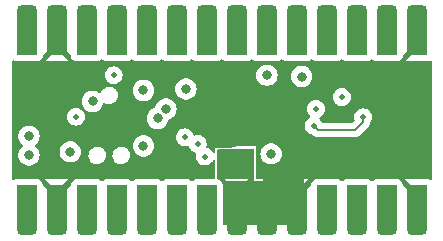
<source format=gbr>
%TF.GenerationSoftware,KiCad,Pcbnew,7.0.7*%
%TF.CreationDate,2024-01-12T14:51:30-08:00*%
%TF.ProjectId,Waffle_Mini_v0,57616666-6c65-45f4-9d69-6e695f76302e,rev?*%
%TF.SameCoordinates,Original*%
%TF.FileFunction,Copper,L2,Inr*%
%TF.FilePolarity,Positive*%
%FSLAX46Y46*%
G04 Gerber Fmt 4.6, Leading zero omitted, Abs format (unit mm)*
G04 Created by KiCad (PCBNEW 7.0.7) date 2024-01-12 14:51:30*
%MOMM*%
%LPD*%
G01*
G04 APERTURE LIST*
G04 Aperture macros list*
%AMRoundRect*
0 Rectangle with rounded corners*
0 $1 Rounding radius*
0 $2 $3 $4 $5 $6 $7 $8 $9 X,Y pos of 4 corners*
0 Add a 4 corners polygon primitive as box body*
4,1,4,$2,$3,$4,$5,$6,$7,$8,$9,$2,$3,0*
0 Add four circle primitives for the rounded corners*
1,1,$1+$1,$2,$3*
1,1,$1+$1,$4,$5*
1,1,$1+$1,$6,$7*
1,1,$1+$1,$8,$9*
0 Add four rect primitives between the rounded corners*
20,1,$1+$1,$2,$3,$4,$5,0*
20,1,$1+$1,$4,$5,$6,$7,0*
20,1,$1+$1,$6,$7,$8,$9,0*
20,1,$1+$1,$8,$9,$2,$3,0*%
%AMFreePoly0*
4,1,19,0.850000,-2.000000,0.845017,-2.091901,0.805505,-2.271406,0.728329,-2.438221,0.617096,-2.584545,0.477009,-2.703536,0.314617,-2.789630,0.137515,-2.838803,-0.046018,-2.848753,-0.227399,-2.819017,-0.398147,-2.750985,-0.550278,-2.647838,-0.676679,-2.514398,-0.771439,-2.356906,-0.830127,-2.182725,-0.850000,-2.000000,-0.850000,0.850000,0.850000,0.850000,0.850000,-2.000000,0.850000,-2.000000,
$1*%
G04 Aperture macros list end*
%TA.AperFunction,CastellatedPad*%
%ADD10FreePoly0,0.000000*%
%TD*%
%TA.AperFunction,CastellatedPad*%
%ADD11RoundRect,0.425000X-0.425000X-0.425000X0.425000X-0.425000X0.425000X0.425000X-0.425000X0.425000X0*%
%TD*%
%TA.AperFunction,CastellatedPad*%
%ADD12FreePoly0,180.000000*%
%TD*%
%TA.AperFunction,CastellatedPad*%
%ADD13RoundRect,0.425000X0.425000X0.425000X-0.425000X0.425000X-0.425000X-0.425000X0.425000X-0.425000X0*%
%TD*%
%TA.AperFunction,ViaPad*%
%ADD14C,0.500000*%
%TD*%
%TA.AperFunction,ViaPad*%
%ADD15C,0.800000*%
%TD*%
%TA.AperFunction,Conductor*%
%ADD16C,0.200000*%
%TD*%
G04 APERTURE END LIST*
D10*
%TO.N,GND*%
%TO.C,J15*%
X152400000Y-101600000D03*
D11*
X152400000Y-104140000D03*
%TD*%
D12*
%TO.N,Net-(J7-Pin_1)*%
%TO.C,J7*%
X144780000Y-88900000D03*
D13*
X144780000Y-86360000D03*
%TD*%
D10*
%TO.N,+3.3V*%
%TO.C,J25*%
X134620000Y-101600000D03*
D11*
X134620000Y-104140000D03*
%TD*%
D12*
%TO.N,Net-(J21-Pin_1)*%
%TO.C,J21*%
X165100000Y-88900000D03*
D13*
X165100000Y-86360000D03*
%TD*%
D12*
%TO.N,Net-(J9-Pin_1)*%
%TO.C,J9*%
X139700000Y-88900000D03*
D13*
X139700000Y-86360000D03*
%TD*%
D10*
%TO.N,/CANL*%
%TO.C,J18*%
X160020000Y-101600000D03*
D11*
X160020000Y-104140000D03*
%TD*%
D12*
%TO.N,Net-(J23-Pin_1)*%
%TO.C,J23*%
X160020000Y-88900000D03*
D13*
X160020000Y-86360000D03*
%TD*%
D10*
%TO.N,Net-(J12-Pin_1)*%
%TO.C,J12*%
X144780000Y-101600000D03*
D11*
X144780000Y-104140000D03*
%TD*%
D10*
%TO.N,GND*%
%TO.C,J27*%
X137160000Y-101600000D03*
D11*
X137160000Y-104140000D03*
%TD*%
D12*
%TO.N,Net-(J4-Pin_1)*%
%TO.C,J4*%
X152400000Y-88900000D03*
D13*
X152400000Y-86360000D03*
%TD*%
D12*
%TO.N,GND*%
%TO.C,J29*%
X167640000Y-88900000D03*
D13*
X167640000Y-86360000D03*
%TD*%
D12*
%TO.N,Net-(J6-Pin_1)*%
%TO.C,J6*%
X147320000Y-88900000D03*
D13*
X147320000Y-86360000D03*
%TD*%
D12*
%TO.N,Net-(J22-Pin_1)*%
%TO.C,J22*%
X162560000Y-88900000D03*
D13*
X162560000Y-86360000D03*
%TD*%
D12*
%TO.N,GND*%
%TO.C,J26*%
X137160000Y-88900000D03*
D13*
X137160000Y-86360000D03*
%TD*%
D12*
%TO.N,Net-(J8-Pin_1)*%
%TO.C,J8*%
X142240000Y-88900000D03*
D13*
X142240000Y-86360000D03*
%TD*%
D12*
%TO.N,Net-(J2-Pin_1)*%
%TO.C,J2*%
X157480000Y-88900000D03*
D13*
X157480000Y-86360000D03*
%TD*%
D10*
%TO.N,Net-(J13-Pin_1)*%
%TO.C,J13*%
X147320000Y-101600000D03*
D11*
X147320000Y-104140000D03*
%TD*%
D12*
%TO.N,+VSW*%
%TO.C,J24*%
X134620000Y-88900000D03*
D13*
X134620000Y-86360000D03*
%TD*%
D10*
%TO.N,Net-(J11-Pin_1)*%
%TO.C,J11*%
X142240000Y-101600000D03*
D11*
X142240000Y-104140000D03*
%TD*%
D10*
%TO.N,GND*%
%TO.C,J28*%
X167640000Y-101600000D03*
D11*
X167640000Y-104140000D03*
%TD*%
D10*
%TO.N,Net-(J14-Pin_1)*%
%TO.C,J14*%
X149860000Y-101600000D03*
D11*
X149860000Y-104140000D03*
%TD*%
D12*
%TO.N,Net-(J5-Pin_1)*%
%TO.C,J5*%
X149860000Y-88900000D03*
D13*
X149860000Y-86360000D03*
%TD*%
D12*
%TO.N,Net-(J3-Pin_1)*%
%TO.C,J3*%
X154940000Y-88900000D03*
D13*
X154940000Y-86360000D03*
%TD*%
D10*
%TO.N,GND*%
%TO.C,J16*%
X154940000Y-101600000D03*
D11*
X154940000Y-104140000D03*
%TD*%
D10*
%TO.N,Net-(J20-Pin_1)*%
%TO.C,J20*%
X165100000Y-101600000D03*
D11*
X165100000Y-104140000D03*
%TD*%
D10*
%TO.N,GND*%
%TO.C,J17*%
X157480000Y-101600000D03*
D11*
X157480000Y-104140000D03*
%TD*%
D10*
%TO.N,/CANH*%
%TO.C,J19*%
X162560000Y-101600000D03*
D11*
X162560000Y-104140000D03*
%TD*%
D10*
%TO.N,Net-(J10-Pin_1)*%
%TO.C,J10*%
X139700000Y-101600000D03*
D11*
X139700000Y-104140000D03*
%TD*%
D14*
%TO.N,GND*%
X164100000Y-98925000D03*
X162900000Y-93300000D03*
%TO.N,+3.3V*%
X161300000Y-93300000D03*
%TO.N,/CANTX*%
X163100000Y-95000000D03*
X158900000Y-95700000D03*
%TO.N,Net-(J20-Pin_1)*%
X159100000Y-94300000D03*
%TO.N,+3.3V*%
X149700000Y-98325000D03*
%TO.N,GND*%
X153050000Y-99550000D03*
X149700000Y-99875000D03*
%TO.N,/JTAG_TCK*%
X148006233Y-96706233D03*
%TO.N,/JTAG_TMS*%
X149100000Y-97262000D03*
%TO.N,/XRSn*%
X138775000Y-94950000D03*
X141975000Y-91450000D03*
D15*
%TO.N,+3.3V*%
X144500000Y-97425000D03*
%TO.N,/JTAG_TCK*%
X145700000Y-95100000D03*
%TO.N,/JTAG_TMS*%
X146400000Y-94300000D03*
%TO.N,+3.3V*%
X144500000Y-92725000D03*
%TO.N,GND*%
X136800000Y-98200000D03*
X140000000Y-96950000D03*
X138300000Y-99525000D03*
X152300000Y-94260000D03*
X137500000Y-92100000D03*
X137100000Y-95500000D03*
X146200000Y-92600000D03*
X157056250Y-99500000D03*
X155306250Y-99500000D03*
X153200000Y-95160000D03*
X151300000Y-93360000D03*
X153200000Y-93360000D03*
X151300000Y-95160000D03*
%TO.N,+3.3V*%
X134800000Y-98200000D03*
X138300000Y-97925000D03*
X134800000Y-96600000D03*
X140195000Y-93655000D03*
X155306250Y-98100000D03*
X148100000Y-92600000D03*
X157900000Y-91550000D03*
%TO.N,/XRSn*%
X154950000Y-91450000D03*
%TD*%
D16*
%TO.N,/CANTX*%
X158900000Y-95700000D02*
X159300000Y-96100000D01*
X159300000Y-96100000D02*
X162400000Y-96100000D01*
X162400000Y-96100000D02*
X163100000Y-95400000D01*
X163100000Y-95400000D02*
X163100000Y-95000000D01*
%TD*%
%TA.AperFunction,Conductor*%
%TO.N,GND*%
G36*
X137762470Y-89149363D02*
G01*
X137768949Y-89155396D01*
X138310170Y-89696617D01*
X138343655Y-89757940D01*
X138346173Y-89775451D01*
X138349499Y-89821960D01*
X138349500Y-89821965D01*
X138390045Y-89960050D01*
X138390047Y-89960053D01*
X138467857Y-90081128D01*
X138576627Y-90175377D01*
X138707543Y-90235165D01*
X138850000Y-90255647D01*
X139623766Y-90255647D01*
X139627122Y-90255737D01*
X139642029Y-90256546D01*
X139681083Y-90258664D01*
X139681085Y-90258664D01*
X139681088Y-90258664D01*
X139716889Y-90256722D01*
X139735056Y-90255737D01*
X139738410Y-90255647D01*
X140550000Y-90255647D01*
X140621961Y-90250500D01*
X140621963Y-90250499D01*
X140621965Y-90250499D01*
X140760050Y-90209954D01*
X140760050Y-90209953D01*
X140760053Y-90209953D01*
X140881128Y-90132143D01*
X140881131Y-90132140D01*
X140887833Y-90126334D01*
X140889127Y-90127827D01*
X140938285Y-90096228D01*
X141008155Y-90096220D01*
X141054434Y-90121486D01*
X141116627Y-90175377D01*
X141247543Y-90235165D01*
X141390000Y-90255647D01*
X142163766Y-90255647D01*
X142167122Y-90255737D01*
X142182029Y-90256546D01*
X142221083Y-90258664D01*
X142221085Y-90258664D01*
X142221088Y-90258664D01*
X142256889Y-90256722D01*
X142275056Y-90255737D01*
X142278410Y-90255647D01*
X143090000Y-90255647D01*
X143161961Y-90250500D01*
X143161963Y-90250499D01*
X143161965Y-90250499D01*
X143300050Y-90209954D01*
X143300050Y-90209953D01*
X143300053Y-90209953D01*
X143421128Y-90132143D01*
X143421131Y-90132140D01*
X143427833Y-90126334D01*
X143429127Y-90127827D01*
X143478285Y-90096228D01*
X143548155Y-90096220D01*
X143594434Y-90121486D01*
X143656627Y-90175377D01*
X143787543Y-90235165D01*
X143930000Y-90255647D01*
X144703766Y-90255647D01*
X144707122Y-90255737D01*
X144722029Y-90256546D01*
X144761083Y-90258664D01*
X144761085Y-90258664D01*
X144761088Y-90258664D01*
X144796889Y-90256722D01*
X144815056Y-90255737D01*
X144818410Y-90255647D01*
X145630000Y-90255647D01*
X145701961Y-90250500D01*
X145701963Y-90250499D01*
X145701965Y-90250499D01*
X145840050Y-90209954D01*
X145840050Y-90209953D01*
X145840053Y-90209953D01*
X145961128Y-90132143D01*
X145961131Y-90132140D01*
X145967833Y-90126334D01*
X145969127Y-90127827D01*
X146018285Y-90096228D01*
X146088155Y-90096220D01*
X146134434Y-90121486D01*
X146196627Y-90175377D01*
X146327543Y-90235165D01*
X146470000Y-90255647D01*
X147243766Y-90255647D01*
X147247122Y-90255737D01*
X147262029Y-90256546D01*
X147301083Y-90258664D01*
X147301085Y-90258664D01*
X147301088Y-90258664D01*
X147336889Y-90256722D01*
X147355056Y-90255737D01*
X147358410Y-90255647D01*
X148170000Y-90255647D01*
X148241961Y-90250500D01*
X148241963Y-90250499D01*
X148241965Y-90250499D01*
X148380050Y-90209954D01*
X148380050Y-90209953D01*
X148380053Y-90209953D01*
X148501128Y-90132143D01*
X148501131Y-90132140D01*
X148507833Y-90126334D01*
X148509127Y-90127827D01*
X148558285Y-90096228D01*
X148628155Y-90096220D01*
X148674434Y-90121486D01*
X148736627Y-90175377D01*
X148867543Y-90235165D01*
X149010000Y-90255647D01*
X149783766Y-90255647D01*
X149787122Y-90255737D01*
X149802029Y-90256546D01*
X149841083Y-90258664D01*
X149841085Y-90258664D01*
X149841088Y-90258664D01*
X149876889Y-90256722D01*
X149895056Y-90255737D01*
X149898410Y-90255647D01*
X150710000Y-90255647D01*
X150781961Y-90250500D01*
X150781963Y-90250499D01*
X150781965Y-90250499D01*
X150920050Y-90209954D01*
X150920050Y-90209953D01*
X150920053Y-90209953D01*
X151041128Y-90132143D01*
X151041131Y-90132140D01*
X151047833Y-90126334D01*
X151049127Y-90127827D01*
X151098285Y-90096228D01*
X151168155Y-90096220D01*
X151214434Y-90121486D01*
X151276627Y-90175377D01*
X151407543Y-90235165D01*
X151550000Y-90255647D01*
X152323766Y-90255647D01*
X152327122Y-90255737D01*
X152342029Y-90256546D01*
X152381083Y-90258664D01*
X152381085Y-90258664D01*
X152381088Y-90258664D01*
X152416889Y-90256722D01*
X152435056Y-90255737D01*
X152438410Y-90255647D01*
X153250000Y-90255647D01*
X153321961Y-90250500D01*
X153321963Y-90250499D01*
X153321965Y-90250499D01*
X153460050Y-90209954D01*
X153460050Y-90209953D01*
X153460053Y-90209953D01*
X153581128Y-90132143D01*
X153581131Y-90132140D01*
X153587833Y-90126334D01*
X153589127Y-90127827D01*
X153638285Y-90096228D01*
X153708155Y-90096220D01*
X153754434Y-90121486D01*
X153816627Y-90175377D01*
X153947543Y-90235165D01*
X154090000Y-90255647D01*
X154863766Y-90255647D01*
X154867122Y-90255737D01*
X154882029Y-90256546D01*
X154921083Y-90258664D01*
X154921085Y-90258664D01*
X154921088Y-90258664D01*
X154956889Y-90256722D01*
X154975056Y-90255737D01*
X154978410Y-90255647D01*
X155790000Y-90255647D01*
X155861961Y-90250500D01*
X155861963Y-90250499D01*
X155861965Y-90250499D01*
X156000050Y-90209954D01*
X156000050Y-90209953D01*
X156000053Y-90209953D01*
X156121128Y-90132143D01*
X156121131Y-90132140D01*
X156127833Y-90126334D01*
X156129127Y-90127827D01*
X156178285Y-90096228D01*
X156248155Y-90096220D01*
X156294434Y-90121486D01*
X156356627Y-90175377D01*
X156487543Y-90235165D01*
X156630000Y-90255647D01*
X157403766Y-90255647D01*
X157407122Y-90255737D01*
X157422029Y-90256546D01*
X157461083Y-90258664D01*
X157461085Y-90258664D01*
X157461088Y-90258664D01*
X157496889Y-90256722D01*
X157515056Y-90255737D01*
X157518410Y-90255647D01*
X158330000Y-90255647D01*
X158401961Y-90250500D01*
X158401963Y-90250499D01*
X158401965Y-90250499D01*
X158540050Y-90209954D01*
X158540050Y-90209953D01*
X158540053Y-90209953D01*
X158661128Y-90132143D01*
X158661131Y-90132140D01*
X158667833Y-90126334D01*
X158669127Y-90127827D01*
X158718285Y-90096228D01*
X158788155Y-90096220D01*
X158834434Y-90121486D01*
X158896627Y-90175377D01*
X159027543Y-90235165D01*
X159170000Y-90255647D01*
X159943766Y-90255647D01*
X159947122Y-90255737D01*
X159962029Y-90256546D01*
X160001083Y-90258664D01*
X160001085Y-90258664D01*
X160001088Y-90258664D01*
X160036889Y-90256722D01*
X160055056Y-90255737D01*
X160058410Y-90255647D01*
X160870000Y-90255647D01*
X160941961Y-90250500D01*
X160941963Y-90250499D01*
X160941965Y-90250499D01*
X161080050Y-90209954D01*
X161080050Y-90209953D01*
X161080053Y-90209953D01*
X161201128Y-90132143D01*
X161201131Y-90132140D01*
X161207833Y-90126334D01*
X161209127Y-90127827D01*
X161258285Y-90096228D01*
X161328155Y-90096220D01*
X161374434Y-90121486D01*
X161436627Y-90175377D01*
X161567543Y-90235165D01*
X161710000Y-90255647D01*
X162483766Y-90255647D01*
X162487122Y-90255737D01*
X162502029Y-90256546D01*
X162541083Y-90258664D01*
X162541085Y-90258664D01*
X162541088Y-90258664D01*
X162576889Y-90256722D01*
X162595056Y-90255737D01*
X162598410Y-90255647D01*
X163410000Y-90255647D01*
X163481961Y-90250500D01*
X163481963Y-90250499D01*
X163481965Y-90250499D01*
X163620050Y-90209954D01*
X163620050Y-90209953D01*
X163620053Y-90209953D01*
X163741128Y-90132143D01*
X163741131Y-90132140D01*
X163747833Y-90126334D01*
X163749127Y-90127827D01*
X163798285Y-90096228D01*
X163868155Y-90096220D01*
X163914434Y-90121486D01*
X163976627Y-90175377D01*
X164107543Y-90235165D01*
X164250000Y-90255647D01*
X165023766Y-90255647D01*
X165027122Y-90255737D01*
X165042029Y-90256546D01*
X165081083Y-90258664D01*
X165081085Y-90258664D01*
X165081088Y-90258664D01*
X165116889Y-90256722D01*
X165135056Y-90255737D01*
X165138410Y-90255647D01*
X165950000Y-90255647D01*
X166021961Y-90250500D01*
X166021963Y-90250499D01*
X166021965Y-90250499D01*
X166160050Y-90209954D01*
X166160050Y-90209953D01*
X166160053Y-90209953D01*
X166281128Y-90132143D01*
X166375377Y-90023373D01*
X166435165Y-89892457D01*
X166452997Y-89768424D01*
X166482021Y-89704871D01*
X166488054Y-89698392D01*
X167031050Y-89155395D01*
X167092373Y-89121910D01*
X167162064Y-89126894D01*
X167217998Y-89168765D01*
X167223039Y-89176025D01*
X167223048Y-89176039D01*
X167258239Y-89230798D01*
X167373602Y-89330759D01*
X167371293Y-89333422D01*
X167406006Y-89373499D01*
X167415935Y-89442660D01*
X167386898Y-89506210D01*
X167380882Y-89512669D01*
X166657465Y-90236085D01*
X166657465Y-90236086D01*
X166790001Y-90255141D01*
X166790001Y-90255142D01*
X167563730Y-90255142D01*
X167567087Y-90255233D01*
X167621054Y-90258159D01*
X167621060Y-90258159D01*
X167675025Y-90255233D01*
X167678382Y-90255142D01*
X168490001Y-90255142D01*
X168561890Y-90250000D01*
X168699841Y-90209494D01*
X168718459Y-90197529D01*
X168785498Y-90177843D01*
X168852538Y-90197526D01*
X168898293Y-90250329D01*
X168909500Y-90301843D01*
X168909500Y-100198958D01*
X168889815Y-100265997D01*
X168837011Y-100311752D01*
X168767853Y-100321696D01*
X168733989Y-100311753D01*
X168632312Y-100265319D01*
X168489999Y-100244858D01*
X167716270Y-100244858D01*
X167712913Y-100244767D01*
X167658946Y-100241841D01*
X167658940Y-100241841D01*
X167604975Y-100244767D01*
X167601618Y-100244858D01*
X166789999Y-100244858D01*
X166718111Y-100249999D01*
X166718109Y-100250000D01*
X166660476Y-100266922D01*
X166660476Y-100266923D01*
X167380883Y-100987330D01*
X167414368Y-101048653D01*
X167409384Y-101118344D01*
X167372357Y-101167804D01*
X167373602Y-101169241D01*
X167258238Y-101269202D01*
X167223046Y-101323962D01*
X167170242Y-101369717D01*
X167101083Y-101379660D01*
X167037528Y-101350634D01*
X167031050Y-101344603D01*
X166489829Y-100803382D01*
X166456344Y-100742059D01*
X166453826Y-100724546D01*
X166450500Y-100678039D01*
X166450499Y-100678034D01*
X166409954Y-100539949D01*
X166369260Y-100476628D01*
X166332143Y-100418872D01*
X166223373Y-100324623D01*
X166195190Y-100311752D01*
X166092456Y-100264834D01*
X165982801Y-100249069D01*
X165950000Y-100244353D01*
X165949998Y-100244353D01*
X165176234Y-100244353D01*
X165172877Y-100244262D01*
X165157970Y-100243453D01*
X165118917Y-100241336D01*
X165118912Y-100241336D01*
X165083110Y-100243277D01*
X165064943Y-100244262D01*
X165061590Y-100244353D01*
X164250000Y-100244353D01*
X164178039Y-100249499D01*
X164178034Y-100249500D01*
X164039949Y-100290045D01*
X163918872Y-100367857D01*
X163912172Y-100373663D01*
X163910880Y-100372172D01*
X163861689Y-100403779D01*
X163791819Y-100403771D01*
X163745565Y-100378512D01*
X163731605Y-100366416D01*
X163683373Y-100324623D01*
X163655190Y-100311752D01*
X163552456Y-100264834D01*
X163442801Y-100249069D01*
X163410000Y-100244353D01*
X163409998Y-100244353D01*
X162636234Y-100244353D01*
X162632877Y-100244262D01*
X162617970Y-100243453D01*
X162578917Y-100241336D01*
X162578912Y-100241336D01*
X162543110Y-100243277D01*
X162524943Y-100244262D01*
X162521590Y-100244353D01*
X161710000Y-100244353D01*
X161638039Y-100249499D01*
X161638034Y-100249500D01*
X161499949Y-100290045D01*
X161378872Y-100367857D01*
X161372172Y-100373663D01*
X161370880Y-100372172D01*
X161321689Y-100403779D01*
X161251819Y-100403771D01*
X161205565Y-100378512D01*
X161191605Y-100366416D01*
X161143373Y-100324623D01*
X161115190Y-100311752D01*
X161012456Y-100264834D01*
X160902801Y-100249069D01*
X160870000Y-100244353D01*
X160869998Y-100244353D01*
X160096234Y-100244353D01*
X160092877Y-100244262D01*
X160077970Y-100243453D01*
X160038917Y-100241336D01*
X160038912Y-100241336D01*
X160003110Y-100243277D01*
X159984943Y-100244262D01*
X159981590Y-100244353D01*
X159170000Y-100244353D01*
X159098039Y-100249499D01*
X159098034Y-100249500D01*
X158959949Y-100290045D01*
X158838873Y-100367856D01*
X158744623Y-100476626D01*
X158744622Y-100476628D01*
X158684834Y-100607543D01*
X158667002Y-100731573D01*
X158637977Y-100795129D01*
X158631945Y-100801607D01*
X158100000Y-101333551D01*
X158100000Y-100626445D01*
X158462533Y-100263913D01*
X158329998Y-100244858D01*
X158100000Y-100244858D01*
X158100000Y-98700000D01*
X155977750Y-98700000D01*
X156038783Y-98632216D01*
X156133429Y-98468284D01*
X156191924Y-98288256D01*
X156211710Y-98100000D01*
X156191924Y-97911744D01*
X156134339Y-97734518D01*
X156133431Y-97731722D01*
X156133430Y-97731721D01*
X156133429Y-97731716D01*
X156038783Y-97567784D01*
X155912121Y-97427112D01*
X155909214Y-97425000D01*
X155758984Y-97315851D01*
X155758979Y-97315848D01*
X155586057Y-97238857D01*
X155586052Y-97238855D01*
X155440250Y-97207865D01*
X155400896Y-97199500D01*
X155211604Y-97199500D01*
X155179147Y-97206398D01*
X155026447Y-97238855D01*
X155026442Y-97238857D01*
X154853520Y-97315848D01*
X154853515Y-97315851D01*
X154700379Y-97427111D01*
X154573716Y-97567785D01*
X154479071Y-97731715D01*
X154479068Y-97731722D01*
X154439302Y-97854111D01*
X154420576Y-97911744D01*
X154400790Y-98100000D01*
X154420576Y-98288256D01*
X154420577Y-98288259D01*
X154479068Y-98468277D01*
X154479071Y-98468284D01*
X154573717Y-98632216D01*
X154624302Y-98688396D01*
X154634750Y-98700000D01*
X154600000Y-98700000D01*
X154600000Y-100244858D01*
X154124000Y-100244858D01*
X154056961Y-100225173D01*
X154011206Y-100172369D01*
X154000000Y-100120858D01*
X154000000Y-97400000D01*
X153400000Y-97400000D01*
X152500000Y-97400000D01*
X152499995Y-97400000D01*
X151816698Y-97595229D01*
X151782633Y-97600000D01*
X150600000Y-97600000D01*
X150600000Y-97916298D01*
X150580315Y-97983337D01*
X150527511Y-98029092D01*
X150458353Y-98039036D01*
X150394797Y-98010011D01*
X150371007Y-97982271D01*
X150290478Y-97854111D01*
X150170890Y-97734523D01*
X150170884Y-97734518D01*
X150027697Y-97644547D01*
X150027691Y-97644544D01*
X149907366Y-97602441D01*
X149850589Y-97561719D01*
X149824842Y-97496766D01*
X149831278Y-97444446D01*
X149836313Y-97430059D01*
X149844769Y-97355013D01*
X149855249Y-97262002D01*
X149855249Y-97261997D01*
X149836314Y-97093943D01*
X149792344Y-96968284D01*
X149780456Y-96934310D01*
X149780455Y-96934309D01*
X149780454Y-96934305D01*
X149780452Y-96934302D01*
X149690481Y-96791115D01*
X149690476Y-96791109D01*
X149570890Y-96671523D01*
X149570884Y-96671518D01*
X149427697Y-96581547D01*
X149427694Y-96581545D01*
X149268056Y-96525685D01*
X149100003Y-96506751D01*
X149099997Y-96506751D01*
X148931942Y-96525686D01*
X148876354Y-96545137D01*
X148806575Y-96548698D01*
X148745948Y-96513969D01*
X148718358Y-96469049D01*
X148686688Y-96378541D01*
X148686685Y-96378535D01*
X148596714Y-96235348D01*
X148596709Y-96235342D01*
X148477123Y-96115756D01*
X148477117Y-96115751D01*
X148333930Y-96025780D01*
X148333927Y-96025778D01*
X148174289Y-95969918D01*
X148006236Y-95950984D01*
X148006230Y-95950984D01*
X147838176Y-95969918D01*
X147678538Y-96025778D01*
X147678535Y-96025780D01*
X147535348Y-96115751D01*
X147535342Y-96115756D01*
X147415756Y-96235342D01*
X147415751Y-96235348D01*
X147325780Y-96378535D01*
X147325778Y-96378538D01*
X147269918Y-96538176D01*
X147250984Y-96706230D01*
X147250984Y-96706235D01*
X147269918Y-96874289D01*
X147325778Y-97033927D01*
X147325780Y-97033930D01*
X147415751Y-97177117D01*
X147415756Y-97177123D01*
X147535342Y-97296709D01*
X147535348Y-97296714D01*
X147678535Y-97386685D01*
X147678538Y-97386687D01*
X147678542Y-97386688D01*
X147678543Y-97386689D01*
X147716584Y-97400000D01*
X147838176Y-97442547D01*
X148006230Y-97461482D01*
X148006233Y-97461482D01*
X148006236Y-97461482D01*
X148152610Y-97444989D01*
X148174292Y-97442546D01*
X148229877Y-97423095D01*
X148299655Y-97419533D01*
X148360282Y-97454261D01*
X148387873Y-97499182D01*
X148419542Y-97589686D01*
X148419547Y-97589697D01*
X148509518Y-97732884D01*
X148509523Y-97732890D01*
X148629109Y-97852476D01*
X148629115Y-97852481D01*
X148772302Y-97942452D01*
X148772308Y-97942455D01*
X148772310Y-97942456D01*
X148892632Y-97984558D01*
X148949408Y-98025280D01*
X148975156Y-98090232D01*
X148968722Y-98142549D01*
X148963686Y-98156941D01*
X148963685Y-98156945D01*
X148944751Y-98324997D01*
X148944751Y-98325002D01*
X148963685Y-98493056D01*
X149019545Y-98652694D01*
X149019547Y-98652697D01*
X149109518Y-98795884D01*
X149109523Y-98795890D01*
X149229109Y-98915476D01*
X149229115Y-98915481D01*
X149372302Y-99005452D01*
X149372305Y-99005454D01*
X149372309Y-99005455D01*
X149372310Y-99005456D01*
X149444913Y-99030860D01*
X149531943Y-99061314D01*
X149699997Y-99080249D01*
X149700000Y-99080249D01*
X149700003Y-99080249D01*
X149868056Y-99061314D01*
X149868548Y-99061142D01*
X150027690Y-99005456D01*
X150027692Y-99005454D01*
X150027694Y-99005454D01*
X150027697Y-99005452D01*
X150170884Y-98915481D01*
X150170885Y-98915480D01*
X150170890Y-98915477D01*
X150290477Y-98795890D01*
X150371006Y-98667728D01*
X150423341Y-98621438D01*
X150492394Y-98610790D01*
X150556243Y-98639165D01*
X150594615Y-98697555D01*
X150600000Y-98733701D01*
X150600000Y-100120353D01*
X150580315Y-100187392D01*
X150527511Y-100233147D01*
X150476000Y-100244353D01*
X149936234Y-100244353D01*
X149932877Y-100244262D01*
X149917970Y-100243453D01*
X149878917Y-100241336D01*
X149878912Y-100241336D01*
X149843110Y-100243277D01*
X149824943Y-100244262D01*
X149821590Y-100244353D01*
X149010000Y-100244353D01*
X148938039Y-100249499D01*
X148938034Y-100249500D01*
X148799949Y-100290045D01*
X148678872Y-100367857D01*
X148672172Y-100373663D01*
X148670880Y-100372172D01*
X148621689Y-100403779D01*
X148551819Y-100403771D01*
X148505565Y-100378512D01*
X148491605Y-100366416D01*
X148443373Y-100324623D01*
X148415190Y-100311752D01*
X148312456Y-100264834D01*
X148202801Y-100249069D01*
X148170000Y-100244353D01*
X148169998Y-100244353D01*
X147396234Y-100244353D01*
X147392877Y-100244262D01*
X147377970Y-100243453D01*
X147338917Y-100241336D01*
X147338912Y-100241336D01*
X147303110Y-100243277D01*
X147284943Y-100244262D01*
X147281590Y-100244353D01*
X146470000Y-100244353D01*
X146398039Y-100249499D01*
X146398034Y-100249500D01*
X146259949Y-100290045D01*
X146138872Y-100367857D01*
X146132172Y-100373663D01*
X146130880Y-100372172D01*
X146081689Y-100403779D01*
X146011819Y-100403771D01*
X145965565Y-100378512D01*
X145951605Y-100366416D01*
X145903373Y-100324623D01*
X145875190Y-100311752D01*
X145772456Y-100264834D01*
X145662801Y-100249069D01*
X145630000Y-100244353D01*
X145629998Y-100244353D01*
X144856234Y-100244353D01*
X144852877Y-100244262D01*
X144837970Y-100243453D01*
X144798917Y-100241336D01*
X144798912Y-100241336D01*
X144763110Y-100243277D01*
X144744943Y-100244262D01*
X144741590Y-100244353D01*
X143930000Y-100244353D01*
X143858039Y-100249499D01*
X143858034Y-100249500D01*
X143719949Y-100290045D01*
X143598872Y-100367857D01*
X143592172Y-100373663D01*
X143590880Y-100372172D01*
X143541689Y-100403779D01*
X143471819Y-100403771D01*
X143425565Y-100378512D01*
X143411605Y-100366416D01*
X143363373Y-100324623D01*
X143335190Y-100311752D01*
X143232456Y-100264834D01*
X143122801Y-100249069D01*
X143090000Y-100244353D01*
X143089998Y-100244353D01*
X142316234Y-100244353D01*
X142312877Y-100244262D01*
X142297970Y-100243453D01*
X142258917Y-100241336D01*
X142258912Y-100241336D01*
X142223110Y-100243277D01*
X142204943Y-100244262D01*
X142201590Y-100244353D01*
X141390000Y-100244353D01*
X141318039Y-100249499D01*
X141318034Y-100249500D01*
X141179949Y-100290045D01*
X141058872Y-100367857D01*
X141052172Y-100373663D01*
X141050880Y-100372172D01*
X141001689Y-100403779D01*
X140931819Y-100403771D01*
X140885565Y-100378512D01*
X140871605Y-100366416D01*
X140823373Y-100324623D01*
X140795190Y-100311752D01*
X140692456Y-100264834D01*
X140582801Y-100249069D01*
X140550000Y-100244353D01*
X140549998Y-100244353D01*
X139776234Y-100244353D01*
X139772877Y-100244262D01*
X139757970Y-100243453D01*
X139718917Y-100241336D01*
X139718912Y-100241336D01*
X139683110Y-100243277D01*
X139664943Y-100244262D01*
X139661590Y-100244353D01*
X138850000Y-100244353D01*
X138778039Y-100249499D01*
X138778034Y-100249500D01*
X138639949Y-100290045D01*
X138518873Y-100367856D01*
X138424623Y-100476626D01*
X138424622Y-100476628D01*
X138364834Y-100607543D01*
X138347002Y-100731572D01*
X138317977Y-100795128D01*
X138311945Y-100801606D01*
X137768949Y-101344602D01*
X137707626Y-101378087D01*
X137637934Y-101373103D01*
X137582001Y-101331231D01*
X137576953Y-101323961D01*
X137541761Y-101269202D01*
X137426398Y-101169241D01*
X137428708Y-101166574D01*
X137394005Y-101126528D01*
X137384058Y-101057370D01*
X137413080Y-100993813D01*
X137419116Y-100987330D01*
X138142533Y-100263913D01*
X138009998Y-100244858D01*
X137236270Y-100244858D01*
X137232913Y-100244767D01*
X137178946Y-100241841D01*
X137178940Y-100241841D01*
X137124975Y-100244767D01*
X137121618Y-100244858D01*
X136309999Y-100244858D01*
X136238111Y-100249999D01*
X136238109Y-100250000D01*
X136180476Y-100266922D01*
X136180476Y-100266923D01*
X136900883Y-100987330D01*
X136934368Y-101048653D01*
X136929384Y-101118344D01*
X136892357Y-101167804D01*
X136893602Y-101169241D01*
X136778238Y-101269202D01*
X136743046Y-101323962D01*
X136690242Y-101369717D01*
X136621083Y-101379660D01*
X136557528Y-101350634D01*
X136551050Y-101344603D01*
X136009829Y-100803382D01*
X135976344Y-100742059D01*
X135973826Y-100724546D01*
X135970500Y-100678039D01*
X135970499Y-100678034D01*
X135929954Y-100539949D01*
X135889260Y-100476628D01*
X135852143Y-100418872D01*
X135743373Y-100324623D01*
X135715190Y-100311752D01*
X135612456Y-100264834D01*
X135502801Y-100249069D01*
X135470000Y-100244353D01*
X135469998Y-100244353D01*
X134696234Y-100244353D01*
X134692877Y-100244262D01*
X134677970Y-100243453D01*
X134638917Y-100241336D01*
X134638912Y-100241336D01*
X134603110Y-100243277D01*
X134584943Y-100244262D01*
X134581590Y-100244353D01*
X133770000Y-100244353D01*
X133698039Y-100249499D01*
X133698034Y-100249500D01*
X133559949Y-100290045D01*
X133559947Y-100290046D01*
X133541536Y-100301878D01*
X133474496Y-100321561D01*
X133407457Y-100301875D01*
X133361703Y-100249069D01*
X133350499Y-100197565D01*
X133350499Y-98200000D01*
X133894540Y-98200000D01*
X133914326Y-98388256D01*
X133914327Y-98388259D01*
X133972818Y-98568277D01*
X133972821Y-98568284D01*
X134067467Y-98732216D01*
X134142191Y-98815205D01*
X134194129Y-98872888D01*
X134347265Y-98984148D01*
X134347270Y-98984151D01*
X134520192Y-99061142D01*
X134520197Y-99061144D01*
X134705354Y-99100500D01*
X134705355Y-99100500D01*
X134894644Y-99100500D01*
X134894646Y-99100500D01*
X135079803Y-99061144D01*
X135252730Y-98984151D01*
X135405871Y-98872888D01*
X135532533Y-98732216D01*
X135627179Y-98568284D01*
X135685674Y-98388256D01*
X135705460Y-98200000D01*
X135685674Y-98011744D01*
X135657489Y-97925000D01*
X137394540Y-97925000D01*
X137414326Y-98113256D01*
X137414327Y-98113259D01*
X137472818Y-98293277D01*
X137472821Y-98293284D01*
X137567467Y-98457216D01*
X137694129Y-98597888D01*
X137847265Y-98709148D01*
X137847270Y-98709151D01*
X138020192Y-98786142D01*
X138020197Y-98786144D01*
X138205354Y-98825500D01*
X138205355Y-98825500D01*
X138394644Y-98825500D01*
X138394646Y-98825500D01*
X138579803Y-98786144D01*
X138752730Y-98709151D01*
X138905871Y-98597888D01*
X139032533Y-98457216D01*
X139127179Y-98293284D01*
X139130306Y-98283660D01*
X139839393Y-98283660D01*
X139869668Y-98455354D01*
X139938721Y-98615438D01*
X139938722Y-98615440D01*
X139938724Y-98615443D01*
X140008488Y-98709151D01*
X140042832Y-98755283D01*
X140176386Y-98867349D01*
X140332185Y-98945594D01*
X140501829Y-98985800D01*
X140501831Y-98985800D01*
X140632429Y-98985800D01*
X140632436Y-98985800D01*
X140762164Y-98970637D01*
X140925993Y-98911008D01*
X141071654Y-98815205D01*
X141191296Y-98688393D01*
X141278467Y-98537407D01*
X141328469Y-98370388D01*
X141333521Y-98283660D01*
X141871393Y-98283660D01*
X141901668Y-98455354D01*
X141970721Y-98615438D01*
X141970722Y-98615440D01*
X141970724Y-98615443D01*
X142040488Y-98709151D01*
X142074832Y-98755283D01*
X142208386Y-98867349D01*
X142364185Y-98945594D01*
X142533829Y-98985800D01*
X142533831Y-98985800D01*
X142664429Y-98985800D01*
X142664436Y-98985800D01*
X142794164Y-98970637D01*
X142957993Y-98911008D01*
X143103654Y-98815205D01*
X143223296Y-98688393D01*
X143310467Y-98537407D01*
X143360469Y-98370388D01*
X143370607Y-98196340D01*
X143340332Y-98024646D01*
X143271279Y-97864562D01*
X143263498Y-97854111D01*
X143174468Y-97734523D01*
X143167168Y-97724717D01*
X143151066Y-97711206D01*
X143033614Y-97612651D01*
X143033612Y-97612650D01*
X142877818Y-97534407D01*
X142877816Y-97534406D01*
X142877815Y-97534406D01*
X142708171Y-97494200D01*
X142577564Y-97494200D01*
X142464052Y-97507467D01*
X142447835Y-97509363D01*
X142447832Y-97509364D01*
X142284008Y-97568991D01*
X142284004Y-97568993D01*
X142138348Y-97664792D01*
X142138347Y-97664793D01*
X142018706Y-97791603D01*
X142018703Y-97791609D01*
X141931534Y-97942590D01*
X141881531Y-98109610D01*
X141881530Y-98109616D01*
X141876479Y-98196340D01*
X141871393Y-98283660D01*
X141333521Y-98283660D01*
X141338607Y-98196340D01*
X141308332Y-98024646D01*
X141239279Y-97864562D01*
X141231498Y-97854111D01*
X141142468Y-97734523D01*
X141135168Y-97724717D01*
X141119066Y-97711206D01*
X141001614Y-97612651D01*
X141001612Y-97612650D01*
X140845818Y-97534407D01*
X140845816Y-97534406D01*
X140845815Y-97534406D01*
X140676171Y-97494200D01*
X140545564Y-97494200D01*
X140432052Y-97507467D01*
X140415835Y-97509363D01*
X140415832Y-97509364D01*
X140252008Y-97568991D01*
X140252004Y-97568993D01*
X140106348Y-97664792D01*
X140106347Y-97664793D01*
X139986706Y-97791603D01*
X139986703Y-97791609D01*
X139899534Y-97942590D01*
X139849531Y-98109610D01*
X139849530Y-98109616D01*
X139844479Y-98196340D01*
X139839393Y-98283660D01*
X139130306Y-98283660D01*
X139185674Y-98113256D01*
X139205460Y-97925000D01*
X139185674Y-97736744D01*
X139127179Y-97556716D01*
X139051133Y-97425000D01*
X143594540Y-97425000D01*
X143614326Y-97613256D01*
X143614327Y-97613259D01*
X143672818Y-97793277D01*
X143672821Y-97793284D01*
X143767467Y-97957216D01*
X143894128Y-98097888D01*
X143894129Y-98097888D01*
X144047265Y-98209148D01*
X144047270Y-98209151D01*
X144220192Y-98286142D01*
X144220197Y-98286144D01*
X144405354Y-98325500D01*
X144405355Y-98325500D01*
X144594644Y-98325500D01*
X144594646Y-98325500D01*
X144779803Y-98286144D01*
X144952730Y-98209151D01*
X145105871Y-98097888D01*
X145232533Y-97957216D01*
X145327179Y-97793284D01*
X145385674Y-97613256D01*
X145405460Y-97425000D01*
X145385674Y-97236744D01*
X145327179Y-97056716D01*
X145232533Y-96892784D01*
X145105871Y-96752112D01*
X145105870Y-96752111D01*
X144952734Y-96640851D01*
X144952729Y-96640848D01*
X144779807Y-96563857D01*
X144779802Y-96563855D01*
X144634000Y-96532865D01*
X144594646Y-96524500D01*
X144405354Y-96524500D01*
X144372897Y-96531398D01*
X144220197Y-96563855D01*
X144220192Y-96563857D01*
X144047270Y-96640848D01*
X144047265Y-96640851D01*
X143894129Y-96752111D01*
X143767466Y-96892785D01*
X143672821Y-97056715D01*
X143672818Y-97056722D01*
X143633700Y-97177117D01*
X143614326Y-97236744D01*
X143594540Y-97425000D01*
X139051133Y-97425000D01*
X139032533Y-97392784D01*
X138905871Y-97252112D01*
X138887626Y-97238856D01*
X138752734Y-97140851D01*
X138752729Y-97140848D01*
X138579807Y-97063857D01*
X138579802Y-97063855D01*
X138434000Y-97032865D01*
X138394646Y-97024500D01*
X138205354Y-97024500D01*
X138172897Y-97031398D01*
X138020197Y-97063855D01*
X138020192Y-97063857D01*
X137847270Y-97140848D01*
X137847265Y-97140851D01*
X137694129Y-97252111D01*
X137567466Y-97392785D01*
X137472821Y-97556715D01*
X137472818Y-97556722D01*
X137414327Y-97736740D01*
X137414326Y-97736744D01*
X137394540Y-97925000D01*
X135657489Y-97925000D01*
X135627179Y-97831716D01*
X135532533Y-97667784D01*
X135405871Y-97527112D01*
X135381441Y-97509363D01*
X135368992Y-97500318D01*
X135326326Y-97444989D01*
X135320347Y-97375375D01*
X135352952Y-97313580D01*
X135368992Y-97299682D01*
X135373084Y-97296709D01*
X135405871Y-97272888D01*
X135532533Y-97132216D01*
X135627179Y-96968284D01*
X135685674Y-96788256D01*
X135705460Y-96600000D01*
X135685674Y-96411744D01*
X135628359Y-96235348D01*
X135627181Y-96231722D01*
X135627180Y-96231721D01*
X135627179Y-96231716D01*
X135532533Y-96067784D01*
X135405871Y-95927112D01*
X135405870Y-95927111D01*
X135252734Y-95815851D01*
X135252729Y-95815848D01*
X135079807Y-95738857D01*
X135079802Y-95738855D01*
X134921693Y-95705249D01*
X134894646Y-95699500D01*
X134705354Y-95699500D01*
X134678307Y-95705249D01*
X134520197Y-95738855D01*
X134520192Y-95738857D01*
X134347270Y-95815848D01*
X134347265Y-95815851D01*
X134194129Y-95927111D01*
X134067466Y-96067785D01*
X133972821Y-96231715D01*
X133972818Y-96231722D01*
X133924493Y-96380452D01*
X133914326Y-96411744D01*
X133894540Y-96600000D01*
X133914326Y-96788256D01*
X133914327Y-96788259D01*
X133972818Y-96968277D01*
X133972821Y-96968284D01*
X134067467Y-97132216D01*
X134194129Y-97272888D01*
X134226916Y-97296709D01*
X134231008Y-97299682D01*
X134273673Y-97355013D01*
X134279652Y-97424626D01*
X134247046Y-97486421D01*
X134231008Y-97500318D01*
X134194127Y-97527113D01*
X134067466Y-97667785D01*
X133972821Y-97831715D01*
X133972818Y-97831722D01*
X133932043Y-97957216D01*
X133914326Y-98011744D01*
X133894540Y-98200000D01*
X133350499Y-98200000D01*
X133350499Y-94950002D01*
X138019751Y-94950002D01*
X138038685Y-95118056D01*
X138094545Y-95277694D01*
X138094547Y-95277697D01*
X138184518Y-95420884D01*
X138184523Y-95420890D01*
X138304109Y-95540476D01*
X138304115Y-95540481D01*
X138447302Y-95630452D01*
X138447305Y-95630454D01*
X138447309Y-95630455D01*
X138447310Y-95630456D01*
X138452340Y-95632216D01*
X138606943Y-95686314D01*
X138774997Y-95705249D01*
X138775000Y-95705249D01*
X138775003Y-95705249D01*
X138943056Y-95686314D01*
X138943059Y-95686313D01*
X139102690Y-95630456D01*
X139102692Y-95630454D01*
X139102694Y-95630454D01*
X139102697Y-95630452D01*
X139245884Y-95540481D01*
X139245885Y-95540480D01*
X139245890Y-95540477D01*
X139365477Y-95420890D01*
X139424041Y-95327687D01*
X139455452Y-95277697D01*
X139455454Y-95277694D01*
X139455454Y-95277692D01*
X139455456Y-95277690D01*
X139511313Y-95118059D01*
X139511313Y-95118058D01*
X139511314Y-95118056D01*
X139513348Y-95100000D01*
X144794540Y-95100000D01*
X144814326Y-95288256D01*
X144814327Y-95288258D01*
X144814327Y-95288259D01*
X144872818Y-95468277D01*
X144872821Y-95468284D01*
X144967467Y-95632216D01*
X145063487Y-95738857D01*
X145094129Y-95772888D01*
X145247265Y-95884148D01*
X145247270Y-95884151D01*
X145420192Y-95961142D01*
X145420197Y-95961144D01*
X145605354Y-96000500D01*
X145605355Y-96000500D01*
X145794644Y-96000500D01*
X145794646Y-96000500D01*
X145979803Y-95961144D01*
X146152730Y-95884151D01*
X146305871Y-95772888D01*
X146371498Y-95700002D01*
X158144751Y-95700002D01*
X158163685Y-95868056D01*
X158219545Y-96027694D01*
X158219547Y-96027697D01*
X158309518Y-96170884D01*
X158309523Y-96170890D01*
X158429109Y-96290476D01*
X158429115Y-96290481D01*
X158572302Y-96380452D01*
X158572308Y-96380455D01*
X158572310Y-96380456D01*
X158731941Y-96436313D01*
X158750961Y-96438455D01*
X158815373Y-96465520D01*
X158824760Y-96473995D01*
X158844669Y-96493904D01*
X158850020Y-96500005D01*
X158871718Y-96528282D01*
X158941131Y-96581544D01*
X158997159Y-96624536D01*
X158997162Y-96624537D01*
X158997163Y-96624538D01*
X159070198Y-96654789D01*
X159143238Y-96685044D01*
X159221619Y-96695363D01*
X159299999Y-96705682D01*
X159300000Y-96705682D01*
X159335329Y-96701030D01*
X159343428Y-96700500D01*
X162356572Y-96700500D01*
X162364670Y-96701030D01*
X162400000Y-96705682D01*
X162400001Y-96705682D01*
X162452254Y-96698802D01*
X162556762Y-96685044D01*
X162702841Y-96624536D01*
X162758869Y-96581544D01*
X162828282Y-96528282D01*
X162849984Y-96499998D01*
X162855310Y-96493923D01*
X163493916Y-95855318D01*
X163500006Y-95849977D01*
X163528282Y-95828282D01*
X163624536Y-95702841D01*
X163685044Y-95556762D01*
X163694370Y-95485918D01*
X163712313Y-95436136D01*
X163780456Y-95327690D01*
X163836313Y-95168059D01*
X163851010Y-95037620D01*
X163855249Y-95000002D01*
X163855249Y-94999997D01*
X163836314Y-94831943D01*
X163780454Y-94672305D01*
X163780452Y-94672302D01*
X163690481Y-94529115D01*
X163690476Y-94529109D01*
X163570890Y-94409523D01*
X163570884Y-94409518D01*
X163427697Y-94319547D01*
X163427694Y-94319545D01*
X163268056Y-94263685D01*
X163100003Y-94244751D01*
X163099997Y-94244751D01*
X162931943Y-94263685D01*
X162772305Y-94319545D01*
X162772302Y-94319547D01*
X162629115Y-94409518D01*
X162629109Y-94409523D01*
X162509523Y-94529109D01*
X162509518Y-94529115D01*
X162419547Y-94672302D01*
X162419545Y-94672305D01*
X162363685Y-94831943D01*
X162344751Y-94999997D01*
X162344751Y-95000002D01*
X162363686Y-95168058D01*
X162363687Y-95168061D01*
X162368804Y-95182686D01*
X162372365Y-95252465D01*
X162339444Y-95311319D01*
X162278462Y-95372302D01*
X162214633Y-95436132D01*
X162187584Y-95463181D01*
X162126261Y-95496666D01*
X162099902Y-95499500D01*
X159712944Y-95499500D01*
X159645905Y-95479815D01*
X159600150Y-95427011D01*
X159595902Y-95416453D01*
X159580456Y-95372310D01*
X159580452Y-95372302D01*
X159490481Y-95229115D01*
X159490476Y-95229109D01*
X159423493Y-95162126D01*
X159390008Y-95100803D01*
X159394992Y-95031111D01*
X159436864Y-94975178D01*
X159445177Y-94969467D01*
X159570890Y-94890477D01*
X159690477Y-94770890D01*
X159715092Y-94731716D01*
X159780452Y-94627697D01*
X159780454Y-94627694D01*
X159780454Y-94627692D01*
X159780456Y-94627690D01*
X159836313Y-94468059D01*
X159836313Y-94468058D01*
X159836314Y-94468056D01*
X159855249Y-94300002D01*
X159855249Y-94299997D01*
X159836314Y-94131943D01*
X159783306Y-93980456D01*
X159780456Y-93972310D01*
X159780455Y-93972309D01*
X159780454Y-93972305D01*
X159780452Y-93972302D01*
X159690481Y-93829115D01*
X159690476Y-93829109D01*
X159570890Y-93709523D01*
X159570884Y-93709518D01*
X159427697Y-93619547D01*
X159427694Y-93619545D01*
X159268056Y-93563685D01*
X159100003Y-93544751D01*
X159099997Y-93544751D01*
X158931943Y-93563685D01*
X158772305Y-93619545D01*
X158772302Y-93619547D01*
X158629115Y-93709518D01*
X158629109Y-93709523D01*
X158509523Y-93829109D01*
X158509518Y-93829115D01*
X158419547Y-93972302D01*
X158419545Y-93972305D01*
X158363685Y-94131943D01*
X158344751Y-94299997D01*
X158344751Y-94300002D01*
X158363685Y-94468056D01*
X158419545Y-94627694D01*
X158419547Y-94627697D01*
X158509518Y-94770884D01*
X158509523Y-94770890D01*
X158576506Y-94837873D01*
X158609991Y-94899196D01*
X158605007Y-94968888D01*
X158563135Y-95024821D01*
X158554798Y-95030547D01*
X158429111Y-95109521D01*
X158309523Y-95229109D01*
X158309518Y-95229115D01*
X158219547Y-95372302D01*
X158219545Y-95372305D01*
X158163685Y-95531943D01*
X158144751Y-95699997D01*
X158144751Y-95700002D01*
X146371498Y-95700002D01*
X146432533Y-95632216D01*
X146527179Y-95468284D01*
X146585674Y-95288256D01*
X146587771Y-95268300D01*
X146614353Y-95203689D01*
X146671650Y-95163703D01*
X146673631Y-95163162D01*
X146673628Y-95163150D01*
X146679799Y-95161144D01*
X146679803Y-95161144D01*
X146679806Y-95161142D01*
X146679808Y-95161142D01*
X146795744Y-95109523D01*
X146852730Y-95084151D01*
X147005871Y-94972888D01*
X147132533Y-94832216D01*
X147227179Y-94668284D01*
X147285674Y-94488256D01*
X147305460Y-94300000D01*
X147285674Y-94111744D01*
X147227179Y-93931716D01*
X147132533Y-93767784D01*
X147005871Y-93627112D01*
X147005870Y-93627111D01*
X146852734Y-93515851D01*
X146852729Y-93515848D01*
X146679807Y-93438857D01*
X146679802Y-93438855D01*
X146534000Y-93407865D01*
X146494646Y-93399500D01*
X146305354Y-93399500D01*
X146272897Y-93406398D01*
X146120197Y-93438855D01*
X146120192Y-93438857D01*
X145947270Y-93515848D01*
X145947265Y-93515851D01*
X145794129Y-93627111D01*
X145667466Y-93767785D01*
X145572821Y-93931715D01*
X145572818Y-93931722D01*
X145514327Y-94111739D01*
X145514325Y-94111750D01*
X145512228Y-94131700D01*
X145485643Y-94196314D01*
X145428345Y-94236298D01*
X145426372Y-94236836D01*
X145426376Y-94236848D01*
X145420194Y-94238856D01*
X145247270Y-94315848D01*
X145247265Y-94315851D01*
X145094129Y-94427111D01*
X144967466Y-94567785D01*
X144872821Y-94731715D01*
X144872818Y-94731722D01*
X144840166Y-94832216D01*
X144814326Y-94911744D01*
X144794540Y-95100000D01*
X139513348Y-95100000D01*
X139530249Y-94950002D01*
X139530249Y-94949997D01*
X139511314Y-94781943D01*
X139457340Y-94627694D01*
X139455456Y-94622310D01*
X139455455Y-94622309D01*
X139455454Y-94622305D01*
X139455452Y-94622302D01*
X139365481Y-94479115D01*
X139365476Y-94479109D01*
X139245890Y-94359523D01*
X139245884Y-94359518D01*
X139102697Y-94269547D01*
X139102694Y-94269545D01*
X138943056Y-94213685D01*
X138775003Y-94194751D01*
X138774997Y-94194751D01*
X138606943Y-94213685D01*
X138447305Y-94269545D01*
X138447302Y-94269547D01*
X138304115Y-94359518D01*
X138304109Y-94359523D01*
X138184523Y-94479109D01*
X138184518Y-94479115D01*
X138094547Y-94622302D01*
X138094545Y-94622305D01*
X138038685Y-94781943D01*
X138019751Y-94949997D01*
X138019751Y-94950002D01*
X133350499Y-94950002D01*
X133350499Y-93655000D01*
X139289540Y-93655000D01*
X139309326Y-93843256D01*
X139309327Y-93843259D01*
X139367818Y-94023277D01*
X139367821Y-94023284D01*
X139462467Y-94187216D01*
X139564020Y-94300002D01*
X139589129Y-94327888D01*
X139742265Y-94439148D01*
X139742270Y-94439151D01*
X139915192Y-94516142D01*
X139915197Y-94516144D01*
X140100354Y-94555500D01*
X140100355Y-94555500D01*
X140289644Y-94555500D01*
X140289646Y-94555500D01*
X140474803Y-94516144D01*
X140647730Y-94439151D01*
X140800871Y-94327888D01*
X140927533Y-94187216D01*
X141022179Y-94023284D01*
X141067362Y-93884225D01*
X141106798Y-93826552D01*
X141171157Y-93799353D01*
X141240003Y-93811267D01*
X141240804Y-93811665D01*
X141348185Y-93865594D01*
X141517829Y-93905800D01*
X141517831Y-93905800D01*
X141648429Y-93905800D01*
X141648436Y-93905800D01*
X141778164Y-93890637D01*
X141941993Y-93831008D01*
X142087654Y-93735205D01*
X142207296Y-93608393D01*
X142294467Y-93457407D01*
X142344469Y-93290388D01*
X142354607Y-93116340D01*
X142324332Y-92944646D01*
X142255279Y-92784562D01*
X142210937Y-92725000D01*
X143594540Y-92725000D01*
X143614326Y-92913256D01*
X143614327Y-92913259D01*
X143672818Y-93093277D01*
X143672821Y-93093284D01*
X143767467Y-93257216D01*
X143805992Y-93300002D01*
X143894129Y-93397888D01*
X144047265Y-93509148D01*
X144047270Y-93509151D01*
X144220192Y-93586142D01*
X144220197Y-93586144D01*
X144405354Y-93625500D01*
X144405355Y-93625500D01*
X144594644Y-93625500D01*
X144594646Y-93625500D01*
X144779803Y-93586144D01*
X144952730Y-93509151D01*
X145105871Y-93397888D01*
X145232533Y-93257216D01*
X145327179Y-93093284D01*
X145385674Y-92913256D01*
X145405460Y-92725000D01*
X145392322Y-92600000D01*
X147194540Y-92600000D01*
X147214326Y-92788256D01*
X147214327Y-92788259D01*
X147272818Y-92968277D01*
X147272821Y-92968284D01*
X147367467Y-93132216D01*
X147480016Y-93257214D01*
X147494129Y-93272888D01*
X147647265Y-93384148D01*
X147647270Y-93384151D01*
X147820192Y-93461142D01*
X147820197Y-93461144D01*
X148005354Y-93500500D01*
X148005355Y-93500500D01*
X148194644Y-93500500D01*
X148194646Y-93500500D01*
X148379803Y-93461144D01*
X148552730Y-93384151D01*
X148668552Y-93300002D01*
X160544751Y-93300002D01*
X160563685Y-93468056D01*
X160619545Y-93627694D01*
X160619547Y-93627697D01*
X160709518Y-93770884D01*
X160709523Y-93770890D01*
X160829109Y-93890476D01*
X160829115Y-93890481D01*
X160972302Y-93980452D01*
X160972305Y-93980454D01*
X160972309Y-93980455D01*
X160972310Y-93980456D01*
X161044913Y-94005860D01*
X161131943Y-94036314D01*
X161299997Y-94055249D01*
X161300000Y-94055249D01*
X161300003Y-94055249D01*
X161468056Y-94036314D01*
X161468059Y-94036313D01*
X161627690Y-93980456D01*
X161627692Y-93980454D01*
X161627694Y-93980454D01*
X161627697Y-93980452D01*
X161770884Y-93890481D01*
X161770885Y-93890480D01*
X161770890Y-93890477D01*
X161890477Y-93770890D01*
X161892429Y-93767784D01*
X161980452Y-93627697D01*
X161980454Y-93627694D01*
X161980454Y-93627692D01*
X161980456Y-93627690D01*
X162036313Y-93468059D01*
X162036313Y-93468058D01*
X162036314Y-93468056D01*
X162055249Y-93300002D01*
X162055249Y-93299997D01*
X162036314Y-93131943D01*
X161980454Y-92972305D01*
X161980452Y-92972302D01*
X161890481Y-92829115D01*
X161890476Y-92829109D01*
X161770890Y-92709523D01*
X161770884Y-92709518D01*
X161627697Y-92619547D01*
X161627694Y-92619545D01*
X161468056Y-92563685D01*
X161300003Y-92544751D01*
X161299997Y-92544751D01*
X161131943Y-92563685D01*
X160972305Y-92619545D01*
X160972302Y-92619547D01*
X160829115Y-92709518D01*
X160829109Y-92709523D01*
X160709523Y-92829109D01*
X160709518Y-92829115D01*
X160619547Y-92972302D01*
X160619545Y-92972305D01*
X160563685Y-93131943D01*
X160544751Y-93299997D01*
X160544751Y-93300002D01*
X148668552Y-93300002D01*
X148705871Y-93272888D01*
X148832533Y-93132216D01*
X148927179Y-92968284D01*
X148985674Y-92788256D01*
X149005460Y-92600000D01*
X148985674Y-92411744D01*
X148927179Y-92231716D01*
X148832533Y-92067784D01*
X148705871Y-91927112D01*
X148705870Y-91927111D01*
X148552734Y-91815851D01*
X148552729Y-91815848D01*
X148379807Y-91738857D01*
X148379802Y-91738855D01*
X148234000Y-91707865D01*
X148194646Y-91699500D01*
X148005354Y-91699500D01*
X147972897Y-91706398D01*
X147820197Y-91738855D01*
X147820192Y-91738857D01*
X147647270Y-91815848D01*
X147647265Y-91815851D01*
X147494129Y-91927111D01*
X147367466Y-92067785D01*
X147272821Y-92231715D01*
X147272818Y-92231722D01*
X147214521Y-92411144D01*
X147214326Y-92411744D01*
X147194540Y-92600000D01*
X145392322Y-92600000D01*
X145385674Y-92536744D01*
X145327179Y-92356716D01*
X145232533Y-92192784D01*
X145105871Y-92052112D01*
X145105870Y-92052111D01*
X144952734Y-91940851D01*
X144952729Y-91940848D01*
X144779807Y-91863857D01*
X144779802Y-91863855D01*
X144634000Y-91832865D01*
X144594646Y-91824500D01*
X144405354Y-91824500D01*
X144372897Y-91831398D01*
X144220197Y-91863855D01*
X144220192Y-91863857D01*
X144047270Y-91940848D01*
X144047265Y-91940851D01*
X143894129Y-92052111D01*
X143767466Y-92192785D01*
X143672821Y-92356715D01*
X143672818Y-92356722D01*
X143629841Y-92488993D01*
X143614326Y-92536744D01*
X143594540Y-92725000D01*
X142210937Y-92725000D01*
X142151168Y-92644717D01*
X142121169Y-92619545D01*
X142017614Y-92532651D01*
X142017612Y-92532650D01*
X141861818Y-92454407D01*
X141861816Y-92454406D01*
X141861815Y-92454406D01*
X141692171Y-92414200D01*
X141561564Y-92414200D01*
X141448052Y-92427467D01*
X141431835Y-92429363D01*
X141431832Y-92429364D01*
X141268008Y-92488991D01*
X141268004Y-92488993D01*
X141122348Y-92584792D01*
X141122347Y-92584793D01*
X141002706Y-92711603D01*
X141002703Y-92711609D01*
X140915533Y-92862593D01*
X140912673Y-92869224D01*
X140911273Y-92868620D01*
X140877735Y-92920198D01*
X140814025Y-92948882D01*
X140744921Y-92938569D01*
X140724150Y-92926371D01*
X140704595Y-92912164D01*
X140647730Y-92870849D01*
X140647728Y-92870848D01*
X140647729Y-92870848D01*
X140474807Y-92793857D01*
X140474802Y-92793855D01*
X140329000Y-92762865D01*
X140289646Y-92754500D01*
X140100354Y-92754500D01*
X140067897Y-92761398D01*
X139915197Y-92793855D01*
X139915192Y-92793857D01*
X139742270Y-92870848D01*
X139742265Y-92870851D01*
X139589129Y-92982111D01*
X139462466Y-93122785D01*
X139367821Y-93286715D01*
X139367818Y-93286722D01*
X139309327Y-93466740D01*
X139309326Y-93466744D01*
X139289540Y-93655000D01*
X133350499Y-93655000D01*
X133350499Y-91450002D01*
X141219751Y-91450002D01*
X141238685Y-91618056D01*
X141294545Y-91777694D01*
X141294547Y-91777697D01*
X141384518Y-91920884D01*
X141384523Y-91920890D01*
X141504109Y-92040476D01*
X141504115Y-92040481D01*
X141647302Y-92130452D01*
X141647305Y-92130454D01*
X141647309Y-92130455D01*
X141647310Y-92130456D01*
X141719913Y-92155860D01*
X141806943Y-92186314D01*
X141974997Y-92205249D01*
X141975000Y-92205249D01*
X141975003Y-92205249D01*
X142143056Y-92186314D01*
X142143059Y-92186313D01*
X142302690Y-92130456D01*
X142302692Y-92130454D01*
X142302694Y-92130454D01*
X142302697Y-92130452D01*
X142445884Y-92040481D01*
X142445885Y-92040480D01*
X142445890Y-92040477D01*
X142565477Y-91920890D01*
X142565481Y-91920884D01*
X142655452Y-91777697D01*
X142655454Y-91777694D01*
X142655454Y-91777692D01*
X142655456Y-91777690D01*
X142711313Y-91618059D01*
X142711313Y-91618058D01*
X142711314Y-91618056D01*
X142730249Y-91450002D01*
X142730249Y-91450000D01*
X154044540Y-91450000D01*
X154064326Y-91638256D01*
X154064327Y-91638259D01*
X154122818Y-91818277D01*
X154122821Y-91818284D01*
X154217467Y-91982216D01*
X154280401Y-92052111D01*
X154344129Y-92122888D01*
X154497265Y-92234148D01*
X154497270Y-92234151D01*
X154670192Y-92311142D01*
X154670197Y-92311144D01*
X154855354Y-92350500D01*
X154855355Y-92350500D01*
X155044644Y-92350500D01*
X155044646Y-92350500D01*
X155229803Y-92311144D01*
X155402730Y-92234151D01*
X155555871Y-92122888D01*
X155682533Y-91982216D01*
X155777179Y-91818284D01*
X155835674Y-91638256D01*
X155844950Y-91550000D01*
X156994540Y-91550000D01*
X157014326Y-91738256D01*
X157014327Y-91738259D01*
X157072818Y-91918277D01*
X157072821Y-91918284D01*
X157167467Y-92082216D01*
X157210901Y-92130454D01*
X157294129Y-92222888D01*
X157447265Y-92334148D01*
X157447270Y-92334151D01*
X157620192Y-92411142D01*
X157620197Y-92411144D01*
X157805354Y-92450500D01*
X157805355Y-92450500D01*
X157994644Y-92450500D01*
X157994646Y-92450500D01*
X158179803Y-92411144D01*
X158352730Y-92334151D01*
X158505871Y-92222888D01*
X158632533Y-92082216D01*
X158727179Y-91918284D01*
X158785674Y-91738256D01*
X158805460Y-91550000D01*
X158785674Y-91361744D01*
X158727179Y-91181716D01*
X158632533Y-91017784D01*
X158505871Y-90877112D01*
X158481655Y-90859518D01*
X158352734Y-90765851D01*
X158352729Y-90765848D01*
X158179807Y-90688857D01*
X158179802Y-90688855D01*
X158034001Y-90657865D01*
X157994646Y-90649500D01*
X157805354Y-90649500D01*
X157772897Y-90656398D01*
X157620197Y-90688855D01*
X157620192Y-90688857D01*
X157447270Y-90765848D01*
X157447265Y-90765851D01*
X157294129Y-90877111D01*
X157167466Y-91017785D01*
X157072821Y-91181715D01*
X157072818Y-91181722D01*
X157014327Y-91361740D01*
X157014326Y-91361744D01*
X156994540Y-91550000D01*
X155844950Y-91550000D01*
X155855460Y-91450000D01*
X155835674Y-91261744D01*
X155777179Y-91081716D01*
X155682533Y-90917784D01*
X155555871Y-90777112D01*
X155545456Y-90769545D01*
X155402734Y-90665851D01*
X155402729Y-90665848D01*
X155229807Y-90588857D01*
X155229802Y-90588855D01*
X155084001Y-90557865D01*
X155044646Y-90549500D01*
X154855354Y-90549500D01*
X154822897Y-90556398D01*
X154670197Y-90588855D01*
X154670192Y-90588857D01*
X154497270Y-90665848D01*
X154497265Y-90665851D01*
X154344129Y-90777111D01*
X154217466Y-90917785D01*
X154122821Y-91081715D01*
X154122818Y-91081722D01*
X154064327Y-91261740D01*
X154064326Y-91261744D01*
X154044540Y-91450000D01*
X142730249Y-91450000D01*
X142730249Y-91449997D01*
X142711314Y-91281943D01*
X142655454Y-91122305D01*
X142655452Y-91122302D01*
X142565481Y-90979115D01*
X142565476Y-90979109D01*
X142445890Y-90859523D01*
X142445884Y-90859518D01*
X142302697Y-90769547D01*
X142302694Y-90769545D01*
X142143056Y-90713685D01*
X141975003Y-90694751D01*
X141974997Y-90694751D01*
X141806943Y-90713685D01*
X141647305Y-90769545D01*
X141647302Y-90769547D01*
X141504115Y-90859518D01*
X141504109Y-90859523D01*
X141384523Y-90979109D01*
X141384518Y-90979115D01*
X141294547Y-91122302D01*
X141294545Y-91122305D01*
X141238685Y-91281943D01*
X141219751Y-91449997D01*
X141219751Y-91450002D01*
X133350499Y-91450002D01*
X133350499Y-90301589D01*
X133370184Y-90234551D01*
X133422988Y-90188796D01*
X133492146Y-90178852D01*
X133526008Y-90188795D01*
X133627543Y-90235165D01*
X133770000Y-90255647D01*
X134543766Y-90255647D01*
X134547122Y-90255737D01*
X134562029Y-90256546D01*
X134601083Y-90258664D01*
X134601085Y-90258664D01*
X134601088Y-90258664D01*
X134636889Y-90256722D01*
X134655056Y-90255737D01*
X134658410Y-90255647D01*
X135470000Y-90255647D01*
X135541961Y-90250500D01*
X135541963Y-90250499D01*
X135541965Y-90250499D01*
X135680050Y-90209954D01*
X135680050Y-90209953D01*
X135680053Y-90209953D01*
X135801128Y-90132143D01*
X135895377Y-90023373D01*
X135955165Y-89892457D01*
X135972997Y-89768424D01*
X136002021Y-89704871D01*
X136008054Y-89698392D01*
X136551050Y-89155395D01*
X136612373Y-89121910D01*
X136682064Y-89126894D01*
X136737998Y-89168765D01*
X136743039Y-89176025D01*
X136743048Y-89176039D01*
X136778239Y-89230798D01*
X136893602Y-89330759D01*
X136891293Y-89333422D01*
X136926006Y-89373499D01*
X136935935Y-89442660D01*
X136906898Y-89506210D01*
X136900882Y-89512669D01*
X136177465Y-90236085D01*
X136177465Y-90236086D01*
X136310001Y-90255141D01*
X136310001Y-90255142D01*
X137083730Y-90255142D01*
X137087087Y-90255233D01*
X137141054Y-90258159D01*
X137141060Y-90258159D01*
X137195025Y-90255233D01*
X137198382Y-90255142D01*
X138010001Y-90255142D01*
X138081883Y-90250000D01*
X138081884Y-90250000D01*
X138139522Y-90233075D01*
X137419116Y-89512669D01*
X137385631Y-89451346D01*
X137390615Y-89381654D01*
X137427641Y-89332193D01*
X137426398Y-89330759D01*
X137433100Y-89324952D01*
X137541761Y-89230798D01*
X137576954Y-89176037D01*
X137629755Y-89130283D01*
X137698914Y-89120339D01*
X137762470Y-89149363D01*
G37*
%TD.AperFunction*%
%TA.AperFunction,Conductor*%
G36*
X153843039Y-97719685D02*
G01*
X153888794Y-97772489D01*
X153900000Y-97824000D01*
X153900000Y-100400000D01*
X153246446Y-100400000D01*
X153382533Y-100263913D01*
X153249998Y-100244858D01*
X152476270Y-100244858D01*
X152472913Y-100244767D01*
X152418946Y-100241841D01*
X152418940Y-100241841D01*
X152364975Y-100244767D01*
X152361618Y-100244858D01*
X151549999Y-100244858D01*
X151478111Y-100249999D01*
X151478109Y-100250000D01*
X151420476Y-100266922D01*
X151420476Y-100266923D01*
X151553553Y-100400000D01*
X151100000Y-100400000D01*
X151100000Y-100431097D01*
X151092143Y-100418872D01*
X150983373Y-100324623D01*
X150933563Y-100301875D01*
X150852455Y-100264834D01*
X150852457Y-100264834D01*
X150806353Y-100258206D01*
X150742797Y-100229181D01*
X150705023Y-100170402D01*
X150700000Y-100135468D01*
X150700000Y-97824000D01*
X150719685Y-97756961D01*
X150772489Y-97711206D01*
X150824000Y-97700000D01*
X153776000Y-97700000D01*
X153843039Y-97719685D01*
G37*
%TD.AperFunction*%
%TD*%
%TA.AperFunction,Conductor*%
%TO.N,GND*%
G36*
X154700379Y-98772888D02*
G01*
X154853515Y-98884148D01*
X154853520Y-98884151D01*
X155026442Y-98961142D01*
X155026447Y-98961144D01*
X155211604Y-99000500D01*
X155211605Y-99000500D01*
X155400894Y-99000500D01*
X155400896Y-99000500D01*
X155586053Y-98961144D01*
X155758980Y-98884151D01*
X155912121Y-98772888D01*
X155977750Y-98700000D01*
X158100000Y-98700000D01*
X158100000Y-104139500D01*
X151334500Y-104139500D01*
X151267461Y-104119815D01*
X151221706Y-104067011D01*
X151210500Y-104015500D01*
X151210500Y-103743130D01*
X151210864Y-103736421D01*
X151212560Y-103720826D01*
X151215647Y-103692443D01*
X151215647Y-100750000D01*
X151210500Y-100678039D01*
X151169953Y-100539947D01*
X151100000Y-100431097D01*
X151100000Y-100400000D01*
X154600000Y-100400000D01*
X154600000Y-98700000D01*
X154634750Y-98700000D01*
X154700379Y-98772888D01*
G37*
%TD.AperFunction*%
%TD*%
M02*

</source>
